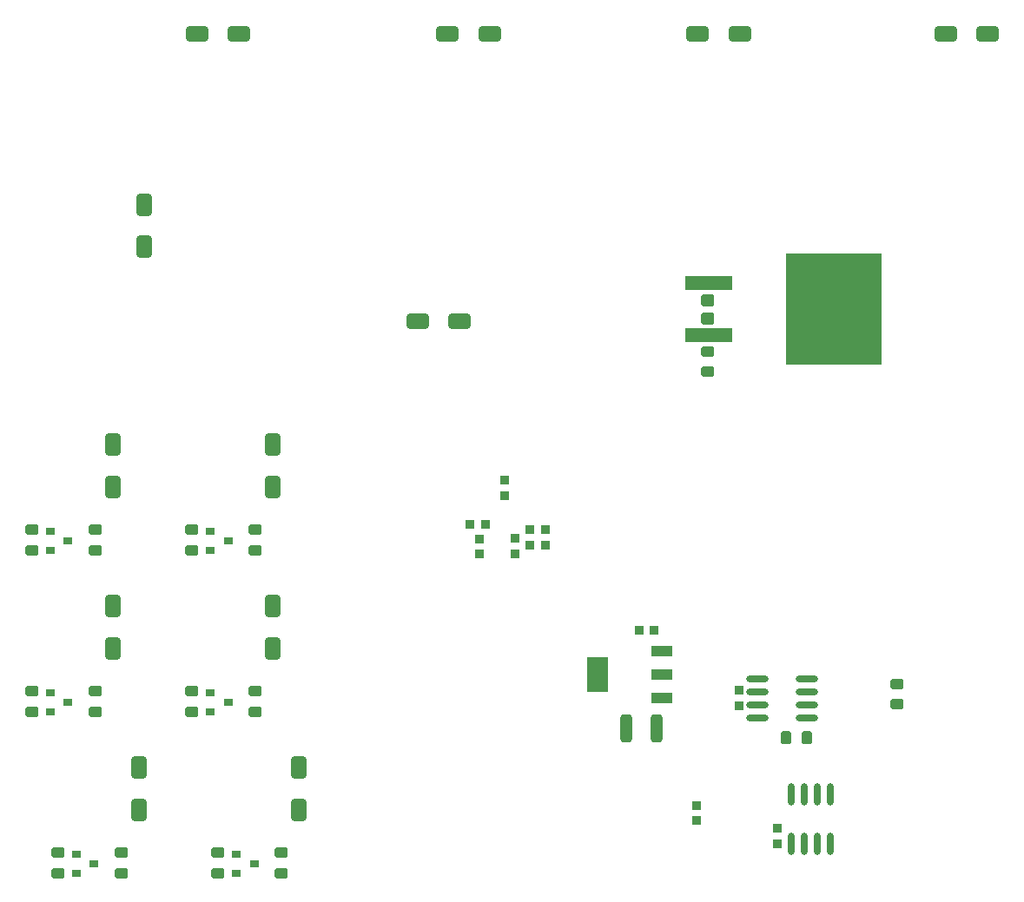
<source format=gbp>
G04*
G04 #@! TF.GenerationSoftware,Altium Limited,Altium Designer,20.1.7 (139)*
G04*
G04 Layer_Color=6316128*
%FSLAX44Y44*%
%MOMM*%
G71*
G04*
G04 #@! TF.SameCoordinates,741834D1-4314-455D-B734-137E6C24AB52*
G04*
G04*
G04 #@! TF.FilePolarity,Positive*
G04*
G01*
G75*
G04:AMPARAMS|DCode=23|XSize=1.27mm|YSize=0.95mm|CornerRadius=0.1425mm|HoleSize=0mm|Usage=FLASHONLY|Rotation=0.000|XOffset=0mm|YOffset=0mm|HoleType=Round|Shape=RoundedRectangle|*
%AMROUNDEDRECTD23*
21,1,1.2700,0.6650,0,0,0.0*
21,1,0.9850,0.9500,0,0,0.0*
1,1,0.2850,0.4925,-0.3325*
1,1,0.2850,-0.4925,-0.3325*
1,1,0.2850,-0.4925,0.3325*
1,1,0.2850,0.4925,0.3325*
%
%ADD23ROUNDEDRECTD23*%
G04:AMPARAMS|DCode=37|XSize=1.27mm|YSize=0.95mm|CornerRadius=0.1425mm|HoleSize=0mm|Usage=FLASHONLY|Rotation=90.000|XOffset=0mm|YOffset=0mm|HoleType=Round|Shape=RoundedRectangle|*
%AMROUNDEDRECTD37*
21,1,1.2700,0.6650,0,0,90.0*
21,1,0.9850,0.9500,0,0,90.0*
1,1,0.2850,0.3325,0.4925*
1,1,0.2850,0.3325,-0.4925*
1,1,0.2850,-0.3325,-0.4925*
1,1,0.2850,-0.3325,0.4925*
%
%ADD37ROUNDEDRECTD37*%
%ADD38R,9.3980X10.8204*%
%ADD39R,4.6482X1.3716*%
G04:AMPARAMS|DCode=40|XSize=2.2mm|YSize=1.55mm|CornerRadius=0.3875mm|HoleSize=0mm|Usage=FLASHONLY|Rotation=270.000|XOffset=0mm|YOffset=0mm|HoleType=Round|Shape=RoundedRectangle|*
%AMROUNDEDRECTD40*
21,1,2.2000,0.7750,0,0,270.0*
21,1,1.4250,1.5500,0,0,270.0*
1,1,0.7750,-0.3875,-0.7125*
1,1,0.7750,-0.3875,0.7125*
1,1,0.7750,0.3875,0.7125*
1,1,0.7750,0.3875,-0.7125*
%
%ADD40ROUNDEDRECTD40*%
G04:AMPARAMS|DCode=41|XSize=0.9mm|YSize=0.9mm|CornerRadius=0.135mm|HoleSize=0mm|Usage=FLASHONLY|Rotation=270.000|XOffset=0mm|YOffset=0mm|HoleType=Round|Shape=RoundedRectangle|*
%AMROUNDEDRECTD41*
21,1,0.9000,0.6300,0,0,270.0*
21,1,0.6300,0.9000,0,0,270.0*
1,1,0.2700,-0.3150,-0.3150*
1,1,0.2700,-0.3150,0.3150*
1,1,0.2700,0.3150,0.3150*
1,1,0.2700,0.3150,-0.3150*
%
%ADD41ROUNDEDRECTD41*%
G04:AMPARAMS|DCode=42|XSize=1.27mm|YSize=1.15mm|CornerRadius=0.1725mm|HoleSize=0mm|Usage=FLASHONLY|Rotation=180.000|XOffset=0mm|YOffset=0mm|HoleType=Round|Shape=RoundedRectangle|*
%AMROUNDEDRECTD42*
21,1,1.2700,0.8050,0,0,180.0*
21,1,0.9250,1.1500,0,0,180.0*
1,1,0.3450,-0.4625,0.4025*
1,1,0.3450,0.4625,0.4025*
1,1,0.3450,0.4625,-0.4025*
1,1,0.3450,-0.4625,-0.4025*
%
%ADD42ROUNDEDRECTD42*%
G04:AMPARAMS|DCode=44|XSize=2.7mm|YSize=1.15mm|CornerRadius=0.2875mm|HoleSize=0mm|Usage=FLASHONLY|Rotation=270.000|XOffset=0mm|YOffset=0mm|HoleType=Round|Shape=RoundedRectangle|*
%AMROUNDEDRECTD44*
21,1,2.7000,0.5750,0,0,270.0*
21,1,2.1250,1.1500,0,0,270.0*
1,1,0.5750,-0.2875,-1.0625*
1,1,0.5750,-0.2875,1.0625*
1,1,0.5750,0.2875,1.0625*
1,1,0.5750,0.2875,-1.0625*
%
%ADD44ROUNDEDRECTD44*%
G04:AMPARAMS|DCode=101|XSize=2.2mm|YSize=1.55mm|CornerRadius=0.3875mm|HoleSize=0mm|Usage=FLASHONLY|Rotation=180.000|XOffset=0mm|YOffset=0mm|HoleType=Round|Shape=RoundedRectangle|*
%AMROUNDEDRECTD101*
21,1,2.2000,0.7750,0,0,180.0*
21,1,1.4250,1.5500,0,0,180.0*
1,1,0.7750,-0.7125,0.3875*
1,1,0.7750,0.7125,0.3875*
1,1,0.7750,0.7125,-0.3875*
1,1,0.7750,-0.7125,-0.3875*
%
%ADD101ROUNDEDRECTD101*%
G04:AMPARAMS|DCode=102|XSize=0.9mm|YSize=0.9mm|CornerRadius=0.135mm|HoleSize=0mm|Usage=FLASHONLY|Rotation=180.000|XOffset=0mm|YOffset=0mm|HoleType=Round|Shape=RoundedRectangle|*
%AMROUNDEDRECTD102*
21,1,0.9000,0.6300,0,0,180.0*
21,1,0.6300,0.9000,0,0,180.0*
1,1,0.2700,-0.3150,0.3150*
1,1,0.2700,0.3150,0.3150*
1,1,0.2700,0.3150,-0.3150*
1,1,0.2700,-0.3150,-0.3150*
%
%ADD102ROUNDEDRECTD102*%
%ADD103O,0.6000X2.2000*%
%ADD104R,2.1500X1.1000*%
%ADD105R,2.1500X1.1000*%
%ADD106R,2.1500X3.5000*%
%ADD107O,2.2000X0.6000*%
%ADD108R,0.9720X0.8020*%
D23*
X1614170Y263238D02*
D03*
Y243238D02*
D03*
X1744980Y578198D02*
D03*
Y558198D02*
D03*
X1770380Y263238D02*
D03*
Y243238D02*
D03*
X1588770Y420718D02*
D03*
Y400718D02*
D03*
X1744980Y420718D02*
D03*
Y400718D02*
D03*
X1588770Y578198D02*
D03*
Y558198D02*
D03*
X1676240Y243238D02*
D03*
Y263238D02*
D03*
X1807050Y558198D02*
D03*
Y578198D02*
D03*
X1832450Y243238D02*
D03*
Y263238D02*
D03*
X1650840Y400718D02*
D03*
Y420718D02*
D03*
X1807050Y400718D02*
D03*
Y420718D02*
D03*
X1650840Y558198D02*
D03*
Y578198D02*
D03*
X2432268Y407924D02*
D03*
Y427924D02*
D03*
X2247900Y732188D02*
D03*
Y752188D02*
D03*
D37*
X2324478Y374744D02*
D03*
X2344478D02*
D03*
D38*
X2370276Y793623D02*
D03*
D39*
X2248392Y768223D02*
D03*
Y819023D02*
D03*
D40*
X1692910Y305128D02*
D03*
Y346128D02*
D03*
X1823720Y620088D02*
D03*
Y661088D02*
D03*
X1849120Y305128D02*
D03*
Y346128D02*
D03*
X1667510Y462608D02*
D03*
Y503608D02*
D03*
X1823720Y462608D02*
D03*
Y503608D02*
D03*
X1667510Y620088D02*
D03*
Y661088D02*
D03*
X1697990Y854022D02*
D03*
Y895022D02*
D03*
D41*
X2030760Y583601D02*
D03*
X2015760D02*
D03*
X2089180Y563281D02*
D03*
X2074180D02*
D03*
X2089180Y578521D02*
D03*
X2074180D02*
D03*
X2195710Y480060D02*
D03*
X2180710D02*
D03*
D42*
X2247900Y801988D02*
D03*
Y783988D02*
D03*
D44*
X2197874Y384840D02*
D03*
X2167874D02*
D03*
D101*
X1964764Y781558D02*
D03*
X2005764D02*
D03*
X2479876Y1061974D02*
D03*
X2520876D02*
D03*
X2237814D02*
D03*
X2278814D02*
D03*
X1993974D02*
D03*
X2034974D02*
D03*
X1749626Y1061720D02*
D03*
X1790626D02*
D03*
D102*
X2060090Y569511D02*
D03*
Y554510D02*
D03*
X2049930Y611660D02*
D03*
Y626661D02*
D03*
X2025038Y554257D02*
D03*
Y569257D02*
D03*
X2315304Y271682D02*
D03*
Y286682D02*
D03*
X2236564Y294302D02*
D03*
Y309302D02*
D03*
X2278598Y421614D02*
D03*
Y406614D02*
D03*
D103*
X2329180Y319780D02*
D03*
X2341880D02*
D03*
X2354580D02*
D03*
X2367280D02*
D03*
X2329180Y271780D02*
D03*
X2341880D02*
D03*
X2354580D02*
D03*
X2367280D02*
D03*
D104*
X2202700Y460134D02*
D03*
Y414134D02*
D03*
D105*
Y437134D02*
D03*
D106*
X2140700Y437134D02*
D03*
D107*
X2296420Y394970D02*
D03*
Y407670D02*
D03*
Y420370D02*
D03*
Y433070D02*
D03*
X2344420Y394970D02*
D03*
Y407670D02*
D03*
Y420370D02*
D03*
Y433070D02*
D03*
D108*
X1649650Y252578D02*
D03*
X1631950Y243078D02*
D03*
Y262078D02*
D03*
X1780460Y567538D02*
D03*
X1762760Y558038D02*
D03*
Y577038D02*
D03*
X1805860Y252578D02*
D03*
X1788160Y243078D02*
D03*
Y262078D02*
D03*
X1624250Y410058D02*
D03*
X1606550Y400558D02*
D03*
Y419558D02*
D03*
X1780460Y410058D02*
D03*
X1762760Y400558D02*
D03*
Y419558D02*
D03*
X1624250Y567538D02*
D03*
X1606550Y558038D02*
D03*
Y577038D02*
D03*
M02*

</source>
